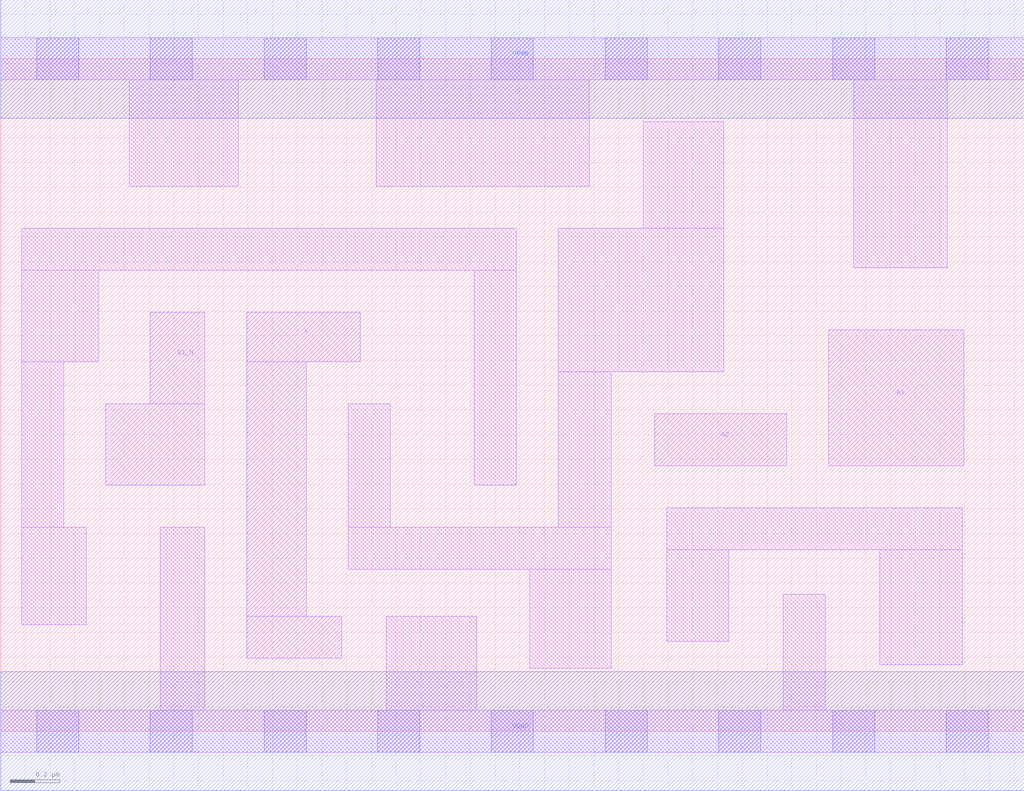
<source format=lef>
# Copyright 2020 The SkyWater PDK Authors
#
# Licensed under the Apache License, Version 2.0 (the "License");
# you may not use this file except in compliance with the License.
# You may obtain a copy of the License at
#
#     https://www.apache.org/licenses/LICENSE-2.0
#
# Unless required by applicable law or agreed to in writing, software
# distributed under the License is distributed on an "AS IS" BASIS,
# WITHOUT WARRANTIES OR CONDITIONS OF ANY KIND, either express or implied.
# See the License for the specific language governing permissions and
# limitations under the License.
#
# SPDX-License-Identifier: Apache-2.0

VERSION 5.7 ;
BUSBITCHARS "[]" ;
DIVIDERCHAR "/" ;
PROPERTYDEFINITIONS
  MACRO maskLayoutSubType STRING ;
  MACRO prCellType STRING ;
  MACRO originalViewName STRING ;
END PROPERTYDEFINITIONS
MACRO sky130_fd_sc_hdll__o21ba_2
  ORIGIN  0.000000  0.000000 ;
  CLASS CORE ;
  SYMMETRY X Y R90 ;
  SIZE  4.140000 BY  2.720000 ;
  SITE unithd ;
  PIN A1
    ANTENNAGATEAREA  0.277500 ;
    DIRECTION INPUT ;
    USE SIGNAL ;
    PORT
      LAYER li1 ;
        RECT 3.350000 1.075000 3.895000 1.625000 ;
    END
  END A1
  PIN A2
    ANTENNAGATEAREA  0.277500 ;
    DIRECTION INPUT ;
    USE SIGNAL ;
    PORT
      LAYER li1 ;
        RECT 2.645000 1.075000 3.180000 1.285000 ;
    END
  END A2
  PIN B1_N
    ANTENNAGATEAREA  0.138600 ;
    DIRECTION INPUT ;
    USE SIGNAL ;
    PORT
      LAYER li1 ;
        RECT 0.425000 0.995000 0.825000 1.325000 ;
        RECT 0.605000 1.325000 0.825000 1.695000 ;
    END
  END B1_N
  PIN VGND
    DIRECTION INOUT ;
    USE SIGNAL ;
    PORT
      LAYER met1 ;
        RECT 0.000000 -0.240000 4.140000 0.240000 ;
    END
  END VGND
  PIN VPWR
    DIRECTION INOUT ;
    USE SIGNAL ;
    PORT
      LAYER met1 ;
        RECT 0.000000 2.480000 4.140000 2.960000 ;
    END
  END VPWR
  PIN X
    ANTENNADIFFAREA  0.571700 ;
    DIRECTION OUTPUT ;
    USE SIGNAL ;
    PORT
      LAYER li1 ;
        RECT 0.995000 0.295000 1.380000 0.465000 ;
        RECT 0.995000 0.465000 1.235000 1.495000 ;
        RECT 0.995000 1.495000 1.455000 1.695000 ;
    END
  END X
  OBS
    LAYER li1 ;
      RECT 0.000000 -0.085000 4.140000 0.085000 ;
      RECT 0.000000  2.635000 4.140000 2.805000 ;
      RECT 0.085000  0.430000 0.345000 0.825000 ;
      RECT 0.085000  0.825000 0.255000 1.495000 ;
      RECT 0.085000  1.495000 0.395000 1.865000 ;
      RECT 0.085000  1.865000 2.085000 2.035000 ;
      RECT 0.520000  2.205000 0.960000 2.635000 ;
      RECT 0.645000  0.085000 0.825000 0.825000 ;
      RECT 1.405000  0.655000 2.470000 0.825000 ;
      RECT 1.405000  0.825000 1.575000 1.325000 ;
      RECT 1.520000  2.205000 2.380000 2.635000 ;
      RECT 1.560000  0.085000 1.925000 0.465000 ;
      RECT 1.915000  0.995000 2.085000 1.865000 ;
      RECT 2.140000  0.255000 2.470000 0.655000 ;
      RECT 2.255000  0.825000 2.470000 1.455000 ;
      RECT 2.255000  1.455000 2.925000 2.035000 ;
      RECT 2.600000  2.035000 2.925000 2.465000 ;
      RECT 2.695000  0.365000 2.945000 0.735000 ;
      RECT 2.695000  0.735000 3.890000 0.905000 ;
      RECT 3.165000  0.085000 3.335000 0.555000 ;
      RECT 3.450000  1.875000 3.830000 2.635000 ;
      RECT 3.555000  0.270000 3.890000 0.735000 ;
    LAYER mcon ;
      RECT 0.145000 -0.085000 0.315000 0.085000 ;
      RECT 0.145000  2.635000 0.315000 2.805000 ;
      RECT 0.605000 -0.085000 0.775000 0.085000 ;
      RECT 0.605000  2.635000 0.775000 2.805000 ;
      RECT 1.065000 -0.085000 1.235000 0.085000 ;
      RECT 1.065000  2.635000 1.235000 2.805000 ;
      RECT 1.525000 -0.085000 1.695000 0.085000 ;
      RECT 1.525000  2.635000 1.695000 2.805000 ;
      RECT 1.985000 -0.085000 2.155000 0.085000 ;
      RECT 1.985000  2.635000 2.155000 2.805000 ;
      RECT 2.445000 -0.085000 2.615000 0.085000 ;
      RECT 2.445000  2.635000 2.615000 2.805000 ;
      RECT 2.905000 -0.085000 3.075000 0.085000 ;
      RECT 2.905000  2.635000 3.075000 2.805000 ;
      RECT 3.365000 -0.085000 3.535000 0.085000 ;
      RECT 3.365000  2.635000 3.535000 2.805000 ;
      RECT 3.825000 -0.085000 3.995000 0.085000 ;
      RECT 3.825000  2.635000 3.995000 2.805000 ;
  END
  PROPERTY maskLayoutSubType "abstract" ;
  PROPERTY prCellType "standard" ;
  PROPERTY originalViewName "layout" ;
END sky130_fd_sc_hdll__o21ba_2
END LIBRARY

</source>
